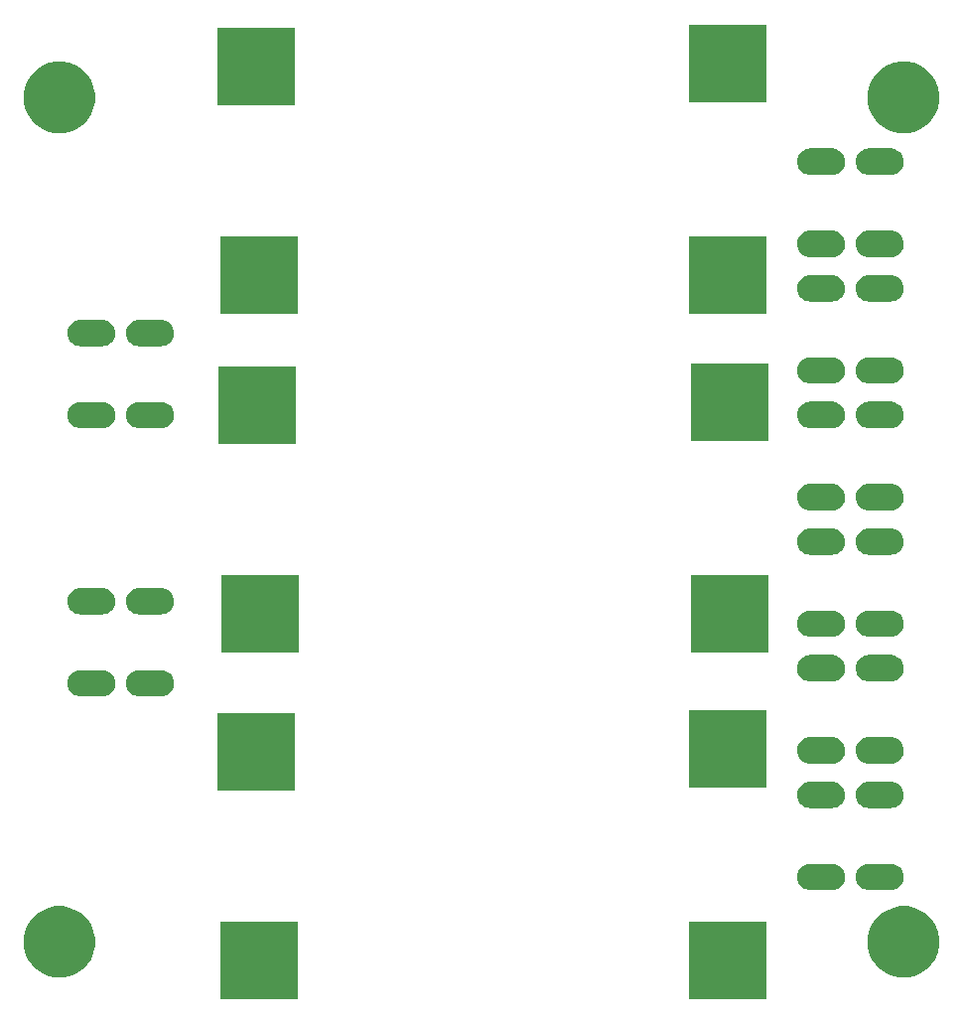
<source format=gbr>
G04 #@! TF.GenerationSoftware,KiCad,Pcbnew,(5.0.2)-1*
G04 #@! TF.CreationDate,2019-05-25T13:24:05-02:30*
G04 #@! TF.ProjectId,PowerPCB,506f7765-7250-4434-922e-6b696361645f,rev?*
G04 #@! TF.SameCoordinates,Original*
G04 #@! TF.FileFunction,Soldermask,Top*
G04 #@! TF.FilePolarity,Negative*
%FSLAX46Y46*%
G04 Gerber Fmt 4.6, Leading zero omitted, Abs format (unit mm)*
G04 Created by KiCad (PCBNEW (5.0.2)-1) date 5/25/2019 1:24:05 PM*
%MOMM*%
%LPD*%
G01*
G04 APERTURE LIST*
%ADD10C,0.100000*%
G04 APERTURE END LIST*
D10*
G36*
X120301000Y-144861000D02*
X113699000Y-144861000D01*
X113699000Y-138259000D01*
X120301000Y-138259000D01*
X120301000Y-144861000D01*
X120301000Y-144861000D01*
G37*
G36*
X80301000Y-144861000D02*
X73699000Y-144861000D01*
X73699000Y-138259000D01*
X80301000Y-138259000D01*
X80301000Y-144861000D01*
X80301000Y-144861000D01*
G37*
G36*
X132889941Y-137066248D02*
X132889943Y-137066249D01*
X132889944Y-137066249D01*
X133445190Y-137296239D01*
X133445191Y-137296240D01*
X133944902Y-137630136D01*
X134369864Y-138055098D01*
X134369866Y-138055101D01*
X134703761Y-138554810D01*
X134933751Y-139110056D01*
X135051000Y-139699503D01*
X135051000Y-140300497D01*
X134933751Y-140889944D01*
X134703761Y-141445190D01*
X134703760Y-141445191D01*
X134369864Y-141944902D01*
X133944902Y-142369864D01*
X133944899Y-142369866D01*
X133445190Y-142703761D01*
X132889944Y-142933751D01*
X132889943Y-142933751D01*
X132889941Y-142933752D01*
X132300499Y-143051000D01*
X131699501Y-143051000D01*
X131110059Y-142933752D01*
X131110057Y-142933751D01*
X131110056Y-142933751D01*
X130554810Y-142703761D01*
X130055101Y-142369866D01*
X130055098Y-142369864D01*
X129630136Y-141944902D01*
X129296240Y-141445191D01*
X129296239Y-141445190D01*
X129066249Y-140889944D01*
X128949000Y-140300497D01*
X128949000Y-139699503D01*
X129066249Y-139110056D01*
X129296239Y-138554810D01*
X129630134Y-138055101D01*
X129630136Y-138055098D01*
X130055098Y-137630136D01*
X130554809Y-137296240D01*
X130554810Y-137296239D01*
X131110056Y-137066249D01*
X131110057Y-137066249D01*
X131110059Y-137066248D01*
X131699501Y-136949000D01*
X132300499Y-136949000D01*
X132889941Y-137066248D01*
X132889941Y-137066248D01*
G37*
G36*
X60889941Y-137066248D02*
X60889943Y-137066249D01*
X60889944Y-137066249D01*
X61445190Y-137296239D01*
X61445191Y-137296240D01*
X61944902Y-137630136D01*
X62369864Y-138055098D01*
X62369866Y-138055101D01*
X62703761Y-138554810D01*
X62933751Y-139110056D01*
X63051000Y-139699503D01*
X63051000Y-140300497D01*
X62933751Y-140889944D01*
X62703761Y-141445190D01*
X62703760Y-141445191D01*
X62369864Y-141944902D01*
X61944902Y-142369864D01*
X61944899Y-142369866D01*
X61445190Y-142703761D01*
X60889944Y-142933751D01*
X60889943Y-142933751D01*
X60889941Y-142933752D01*
X60300499Y-143051000D01*
X59699501Y-143051000D01*
X59110059Y-142933752D01*
X59110057Y-142933751D01*
X59110056Y-142933751D01*
X58554810Y-142703761D01*
X58055101Y-142369866D01*
X58055098Y-142369864D01*
X57630136Y-141944902D01*
X57296240Y-141445191D01*
X57296239Y-141445190D01*
X57066249Y-140889944D01*
X56949000Y-140300497D01*
X56949000Y-139699503D01*
X57066249Y-139110056D01*
X57296239Y-138554810D01*
X57630134Y-138055101D01*
X57630136Y-138055098D01*
X58055098Y-137630136D01*
X58554809Y-137296240D01*
X58554810Y-137296239D01*
X59110056Y-137066249D01*
X59110057Y-137066249D01*
X59110059Y-137066248D01*
X59699501Y-136949000D01*
X60300499Y-136949000D01*
X60889941Y-137066248D01*
X60889941Y-137066248D01*
G37*
G36*
X131005456Y-133329431D02*
X131115735Y-133340292D01*
X131257236Y-133383216D01*
X131327987Y-133404678D01*
X131393190Y-133439530D01*
X131523599Y-133509235D01*
X131695055Y-133649945D01*
X131835765Y-133821401D01*
X131905470Y-133951810D01*
X131940322Y-134017013D01*
X131940322Y-134017014D01*
X132004708Y-134229265D01*
X132026448Y-134450000D01*
X132004708Y-134670735D01*
X131961784Y-134812236D01*
X131940322Y-134882987D01*
X131905470Y-134948190D01*
X131835765Y-135078599D01*
X131695055Y-135250055D01*
X131523599Y-135390765D01*
X131393190Y-135460470D01*
X131327987Y-135495322D01*
X131257236Y-135516784D01*
X131115735Y-135559708D01*
X131005456Y-135570569D01*
X130950317Y-135576000D01*
X128989683Y-135576000D01*
X128934544Y-135570569D01*
X128824265Y-135559708D01*
X128682764Y-135516784D01*
X128612013Y-135495322D01*
X128546810Y-135460470D01*
X128416401Y-135390765D01*
X128244945Y-135250055D01*
X128104235Y-135078599D01*
X128034530Y-134948190D01*
X127999678Y-134882987D01*
X127978216Y-134812236D01*
X127935292Y-134670735D01*
X127913552Y-134450000D01*
X127935292Y-134229265D01*
X127999678Y-134017014D01*
X127999678Y-134017013D01*
X128034530Y-133951810D01*
X128104235Y-133821401D01*
X128244945Y-133649945D01*
X128416401Y-133509235D01*
X128546810Y-133439530D01*
X128612013Y-133404678D01*
X128682764Y-133383216D01*
X128824265Y-133340292D01*
X128934544Y-133329431D01*
X128989683Y-133324000D01*
X130950317Y-133324000D01*
X131005456Y-133329431D01*
X131005456Y-133329431D01*
G37*
G36*
X126005456Y-133329431D02*
X126115735Y-133340292D01*
X126257236Y-133383216D01*
X126327987Y-133404678D01*
X126393190Y-133439530D01*
X126523599Y-133509235D01*
X126695055Y-133649945D01*
X126835765Y-133821401D01*
X126905470Y-133951810D01*
X126940322Y-134017013D01*
X126940322Y-134017014D01*
X127004708Y-134229265D01*
X127026448Y-134450000D01*
X127004708Y-134670735D01*
X126961784Y-134812236D01*
X126940322Y-134882987D01*
X126905470Y-134948190D01*
X126835765Y-135078599D01*
X126695055Y-135250055D01*
X126523599Y-135390765D01*
X126393190Y-135460470D01*
X126327987Y-135495322D01*
X126257236Y-135516784D01*
X126115735Y-135559708D01*
X126005456Y-135570569D01*
X125950317Y-135576000D01*
X123989683Y-135576000D01*
X123934544Y-135570569D01*
X123824265Y-135559708D01*
X123682764Y-135516784D01*
X123612013Y-135495322D01*
X123546810Y-135460470D01*
X123416401Y-135390765D01*
X123244945Y-135250055D01*
X123104235Y-135078599D01*
X123034530Y-134948190D01*
X122999678Y-134882987D01*
X122978216Y-134812236D01*
X122935292Y-134670735D01*
X122913552Y-134450000D01*
X122935292Y-134229265D01*
X122999678Y-134017014D01*
X122999678Y-134017013D01*
X123034530Y-133951810D01*
X123104235Y-133821401D01*
X123244945Y-133649945D01*
X123416401Y-133509235D01*
X123546810Y-133439530D01*
X123612013Y-133404678D01*
X123682764Y-133383216D01*
X123824265Y-133340292D01*
X123934544Y-133329431D01*
X123989683Y-133324000D01*
X125950317Y-133324000D01*
X126005456Y-133329431D01*
X126005456Y-133329431D01*
G37*
G36*
X131005456Y-126329431D02*
X131115735Y-126340292D01*
X131257236Y-126383216D01*
X131327987Y-126404678D01*
X131393190Y-126439530D01*
X131523599Y-126509235D01*
X131695055Y-126649945D01*
X131835765Y-126821401D01*
X131905470Y-126951810D01*
X131940322Y-127017013D01*
X131940322Y-127017014D01*
X132004708Y-127229265D01*
X132026448Y-127450000D01*
X132004708Y-127670735D01*
X131961784Y-127812236D01*
X131940322Y-127882987D01*
X131905470Y-127948190D01*
X131835765Y-128078599D01*
X131695055Y-128250055D01*
X131523599Y-128390765D01*
X131393190Y-128460470D01*
X131327987Y-128495322D01*
X131257236Y-128516784D01*
X131115735Y-128559708D01*
X131005456Y-128570569D01*
X130950317Y-128576000D01*
X128989683Y-128576000D01*
X128934544Y-128570569D01*
X128824265Y-128559708D01*
X128682764Y-128516784D01*
X128612013Y-128495322D01*
X128546810Y-128460470D01*
X128416401Y-128390765D01*
X128244945Y-128250055D01*
X128104235Y-128078599D01*
X128034530Y-127948190D01*
X127999678Y-127882987D01*
X127978216Y-127812236D01*
X127935292Y-127670735D01*
X127913552Y-127450000D01*
X127935292Y-127229265D01*
X127999678Y-127017014D01*
X127999678Y-127017013D01*
X128034530Y-126951810D01*
X128104235Y-126821401D01*
X128244945Y-126649945D01*
X128416401Y-126509235D01*
X128546810Y-126439530D01*
X128612013Y-126404678D01*
X128682764Y-126383216D01*
X128824265Y-126340292D01*
X128934544Y-126329431D01*
X128989683Y-126324000D01*
X130950317Y-126324000D01*
X131005456Y-126329431D01*
X131005456Y-126329431D01*
G37*
G36*
X126005456Y-126329431D02*
X126115735Y-126340292D01*
X126257236Y-126383216D01*
X126327987Y-126404678D01*
X126393190Y-126439530D01*
X126523599Y-126509235D01*
X126695055Y-126649945D01*
X126835765Y-126821401D01*
X126905470Y-126951810D01*
X126940322Y-127017013D01*
X126940322Y-127017014D01*
X127004708Y-127229265D01*
X127026448Y-127450000D01*
X127004708Y-127670735D01*
X126961784Y-127812236D01*
X126940322Y-127882987D01*
X126905470Y-127948190D01*
X126835765Y-128078599D01*
X126695055Y-128250055D01*
X126523599Y-128390765D01*
X126393190Y-128460470D01*
X126327987Y-128495322D01*
X126257236Y-128516784D01*
X126115735Y-128559708D01*
X126005456Y-128570569D01*
X125950317Y-128576000D01*
X123989683Y-128576000D01*
X123934544Y-128570569D01*
X123824265Y-128559708D01*
X123682764Y-128516784D01*
X123612013Y-128495322D01*
X123546810Y-128460470D01*
X123416401Y-128390765D01*
X123244945Y-128250055D01*
X123104235Y-128078599D01*
X123034530Y-127948190D01*
X122999678Y-127882987D01*
X122978216Y-127812236D01*
X122935292Y-127670735D01*
X122913552Y-127450000D01*
X122935292Y-127229265D01*
X122999678Y-127017014D01*
X122999678Y-127017013D01*
X123034530Y-126951810D01*
X123104235Y-126821401D01*
X123244945Y-126649945D01*
X123416401Y-126509235D01*
X123546810Y-126439530D01*
X123612013Y-126404678D01*
X123682764Y-126383216D01*
X123824265Y-126340292D01*
X123934544Y-126329431D01*
X123989683Y-126324000D01*
X125950317Y-126324000D01*
X126005456Y-126329431D01*
X126005456Y-126329431D01*
G37*
G36*
X80051000Y-127111000D02*
X73449000Y-127111000D01*
X73449000Y-120509000D01*
X80051000Y-120509000D01*
X80051000Y-127111000D01*
X80051000Y-127111000D01*
G37*
G36*
X120301000Y-126861000D02*
X113699000Y-126861000D01*
X113699000Y-120259000D01*
X120301000Y-120259000D01*
X120301000Y-126861000D01*
X120301000Y-126861000D01*
G37*
G36*
X126005456Y-122534431D02*
X126115735Y-122545292D01*
X126257236Y-122588216D01*
X126327987Y-122609678D01*
X126393190Y-122644530D01*
X126523599Y-122714235D01*
X126695055Y-122854945D01*
X126835765Y-123026401D01*
X126905470Y-123156810D01*
X126940322Y-123222013D01*
X126940322Y-123222014D01*
X127004708Y-123434265D01*
X127026448Y-123655000D01*
X127004708Y-123875735D01*
X126961784Y-124017236D01*
X126940322Y-124087987D01*
X126905470Y-124153190D01*
X126835765Y-124283599D01*
X126695055Y-124455055D01*
X126523599Y-124595765D01*
X126393190Y-124665470D01*
X126327987Y-124700322D01*
X126257236Y-124721784D01*
X126115735Y-124764708D01*
X126005456Y-124775569D01*
X125950317Y-124781000D01*
X123989683Y-124781000D01*
X123934544Y-124775569D01*
X123824265Y-124764708D01*
X123682764Y-124721784D01*
X123612013Y-124700322D01*
X123546810Y-124665470D01*
X123416401Y-124595765D01*
X123244945Y-124455055D01*
X123104235Y-124283599D01*
X123034530Y-124153190D01*
X122999678Y-124087987D01*
X122978216Y-124017236D01*
X122935292Y-123875735D01*
X122913552Y-123655000D01*
X122935292Y-123434265D01*
X122999678Y-123222014D01*
X122999678Y-123222013D01*
X123034530Y-123156810D01*
X123104235Y-123026401D01*
X123244945Y-122854945D01*
X123416401Y-122714235D01*
X123546810Y-122644530D01*
X123612013Y-122609678D01*
X123682764Y-122588216D01*
X123824265Y-122545292D01*
X123934544Y-122534431D01*
X123989683Y-122529000D01*
X125950317Y-122529000D01*
X126005456Y-122534431D01*
X126005456Y-122534431D01*
G37*
G36*
X131005456Y-122534431D02*
X131115735Y-122545292D01*
X131257236Y-122588216D01*
X131327987Y-122609678D01*
X131393190Y-122644530D01*
X131523599Y-122714235D01*
X131695055Y-122854945D01*
X131835765Y-123026401D01*
X131905470Y-123156810D01*
X131940322Y-123222013D01*
X131940322Y-123222014D01*
X132004708Y-123434265D01*
X132026448Y-123655000D01*
X132004708Y-123875735D01*
X131961784Y-124017236D01*
X131940322Y-124087987D01*
X131905470Y-124153190D01*
X131835765Y-124283599D01*
X131695055Y-124455055D01*
X131523599Y-124595765D01*
X131393190Y-124665470D01*
X131327987Y-124700322D01*
X131257236Y-124721784D01*
X131115735Y-124764708D01*
X131005456Y-124775569D01*
X130950317Y-124781000D01*
X128989683Y-124781000D01*
X128934544Y-124775569D01*
X128824265Y-124764708D01*
X128682764Y-124721784D01*
X128612013Y-124700322D01*
X128546810Y-124665470D01*
X128416401Y-124595765D01*
X128244945Y-124455055D01*
X128104235Y-124283599D01*
X128034530Y-124153190D01*
X127999678Y-124087987D01*
X127978216Y-124017236D01*
X127935292Y-123875735D01*
X127913552Y-123655000D01*
X127935292Y-123434265D01*
X127999678Y-123222014D01*
X127999678Y-123222013D01*
X128034530Y-123156810D01*
X128104235Y-123026401D01*
X128244945Y-122854945D01*
X128416401Y-122714235D01*
X128546810Y-122644530D01*
X128612013Y-122609678D01*
X128682764Y-122588216D01*
X128824265Y-122545292D01*
X128934544Y-122534431D01*
X128989683Y-122529000D01*
X130950317Y-122529000D01*
X131005456Y-122534431D01*
X131005456Y-122534431D01*
G37*
G36*
X63775456Y-116819431D02*
X63885735Y-116830292D01*
X64027236Y-116873216D01*
X64097987Y-116894678D01*
X64163190Y-116929530D01*
X64293599Y-116999235D01*
X64465055Y-117139945D01*
X64605765Y-117311401D01*
X64675470Y-117441810D01*
X64710322Y-117507013D01*
X64710322Y-117507014D01*
X64774708Y-117719265D01*
X64796448Y-117940000D01*
X64774708Y-118160735D01*
X64731784Y-118302236D01*
X64710322Y-118372987D01*
X64675470Y-118438190D01*
X64605765Y-118568599D01*
X64465055Y-118740055D01*
X64293599Y-118880765D01*
X64163190Y-118950470D01*
X64097987Y-118985322D01*
X64027236Y-119006784D01*
X63885735Y-119049708D01*
X63775456Y-119060569D01*
X63720317Y-119066000D01*
X61759683Y-119066000D01*
X61704544Y-119060569D01*
X61594265Y-119049708D01*
X61452764Y-119006784D01*
X61382013Y-118985322D01*
X61316810Y-118950470D01*
X61186401Y-118880765D01*
X61014945Y-118740055D01*
X60874235Y-118568599D01*
X60804530Y-118438190D01*
X60769678Y-118372987D01*
X60748216Y-118302236D01*
X60705292Y-118160735D01*
X60683552Y-117940000D01*
X60705292Y-117719265D01*
X60769678Y-117507014D01*
X60769678Y-117507013D01*
X60804530Y-117441810D01*
X60874235Y-117311401D01*
X61014945Y-117139945D01*
X61186401Y-116999235D01*
X61316810Y-116929530D01*
X61382013Y-116894678D01*
X61452764Y-116873216D01*
X61594265Y-116830292D01*
X61704544Y-116819431D01*
X61759683Y-116814000D01*
X63720317Y-116814000D01*
X63775456Y-116819431D01*
X63775456Y-116819431D01*
G37*
G36*
X68775456Y-116819431D02*
X68885735Y-116830292D01*
X69027236Y-116873216D01*
X69097987Y-116894678D01*
X69163190Y-116929530D01*
X69293599Y-116999235D01*
X69465055Y-117139945D01*
X69605765Y-117311401D01*
X69675470Y-117441810D01*
X69710322Y-117507013D01*
X69710322Y-117507014D01*
X69774708Y-117719265D01*
X69796448Y-117940000D01*
X69774708Y-118160735D01*
X69731784Y-118302236D01*
X69710322Y-118372987D01*
X69675470Y-118438190D01*
X69605765Y-118568599D01*
X69465055Y-118740055D01*
X69293599Y-118880765D01*
X69163190Y-118950470D01*
X69097987Y-118985322D01*
X69027236Y-119006784D01*
X68885735Y-119049708D01*
X68775456Y-119060569D01*
X68720317Y-119066000D01*
X66759683Y-119066000D01*
X66704544Y-119060569D01*
X66594265Y-119049708D01*
X66452764Y-119006784D01*
X66382013Y-118985322D01*
X66316810Y-118950470D01*
X66186401Y-118880765D01*
X66014945Y-118740055D01*
X65874235Y-118568599D01*
X65804530Y-118438190D01*
X65769678Y-118372987D01*
X65748216Y-118302236D01*
X65705292Y-118160735D01*
X65683552Y-117940000D01*
X65705292Y-117719265D01*
X65769678Y-117507014D01*
X65769678Y-117507013D01*
X65804530Y-117441810D01*
X65874235Y-117311401D01*
X66014945Y-117139945D01*
X66186401Y-116999235D01*
X66316810Y-116929530D01*
X66382013Y-116894678D01*
X66452764Y-116873216D01*
X66594265Y-116830292D01*
X66704544Y-116819431D01*
X66759683Y-116814000D01*
X68720317Y-116814000D01*
X68775456Y-116819431D01*
X68775456Y-116819431D01*
G37*
G36*
X126005456Y-115534431D02*
X126115735Y-115545292D01*
X126257236Y-115588216D01*
X126327987Y-115609678D01*
X126393190Y-115644530D01*
X126523599Y-115714235D01*
X126695055Y-115854945D01*
X126835765Y-116026401D01*
X126905470Y-116156810D01*
X126940322Y-116222013D01*
X126940322Y-116222014D01*
X127004708Y-116434265D01*
X127026448Y-116655000D01*
X127004708Y-116875735D01*
X126967244Y-116999235D01*
X126940322Y-117087987D01*
X126905470Y-117153190D01*
X126835765Y-117283599D01*
X126695055Y-117455055D01*
X126523599Y-117595765D01*
X126393190Y-117665470D01*
X126327987Y-117700322D01*
X126265540Y-117719265D01*
X126115735Y-117764708D01*
X126005456Y-117775569D01*
X125950317Y-117781000D01*
X123989683Y-117781000D01*
X123934544Y-117775569D01*
X123824265Y-117764708D01*
X123674460Y-117719265D01*
X123612013Y-117700322D01*
X123546810Y-117665470D01*
X123416401Y-117595765D01*
X123244945Y-117455055D01*
X123104235Y-117283599D01*
X123034530Y-117153190D01*
X122999678Y-117087987D01*
X122972756Y-116999235D01*
X122935292Y-116875735D01*
X122913552Y-116655000D01*
X122935292Y-116434265D01*
X122999678Y-116222014D01*
X122999678Y-116222013D01*
X123034530Y-116156810D01*
X123104235Y-116026401D01*
X123244945Y-115854945D01*
X123416401Y-115714235D01*
X123546810Y-115644530D01*
X123612013Y-115609678D01*
X123682764Y-115588216D01*
X123824265Y-115545292D01*
X123934544Y-115534431D01*
X123989683Y-115529000D01*
X125950317Y-115529000D01*
X126005456Y-115534431D01*
X126005456Y-115534431D01*
G37*
G36*
X131005456Y-115534431D02*
X131115735Y-115545292D01*
X131257236Y-115588216D01*
X131327987Y-115609678D01*
X131393190Y-115644530D01*
X131523599Y-115714235D01*
X131695055Y-115854945D01*
X131835765Y-116026401D01*
X131905470Y-116156810D01*
X131940322Y-116222013D01*
X131940322Y-116222014D01*
X132004708Y-116434265D01*
X132026448Y-116655000D01*
X132004708Y-116875735D01*
X131967244Y-116999235D01*
X131940322Y-117087987D01*
X131905470Y-117153190D01*
X131835765Y-117283599D01*
X131695055Y-117455055D01*
X131523599Y-117595765D01*
X131393190Y-117665470D01*
X131327987Y-117700322D01*
X131265540Y-117719265D01*
X131115735Y-117764708D01*
X131005456Y-117775569D01*
X130950317Y-117781000D01*
X128989683Y-117781000D01*
X128934544Y-117775569D01*
X128824265Y-117764708D01*
X128674460Y-117719265D01*
X128612013Y-117700322D01*
X128546810Y-117665470D01*
X128416401Y-117595765D01*
X128244945Y-117455055D01*
X128104235Y-117283599D01*
X128034530Y-117153190D01*
X127999678Y-117087987D01*
X127972756Y-116999235D01*
X127935292Y-116875735D01*
X127913552Y-116655000D01*
X127935292Y-116434265D01*
X127999678Y-116222014D01*
X127999678Y-116222013D01*
X128034530Y-116156810D01*
X128104235Y-116026401D01*
X128244945Y-115854945D01*
X128416401Y-115714235D01*
X128546810Y-115644530D01*
X128612013Y-115609678D01*
X128682764Y-115588216D01*
X128824265Y-115545292D01*
X128934544Y-115534431D01*
X128989683Y-115529000D01*
X130950317Y-115529000D01*
X131005456Y-115534431D01*
X131005456Y-115534431D01*
G37*
G36*
X120451000Y-115301000D02*
X113849000Y-115301000D01*
X113849000Y-108699000D01*
X120451000Y-108699000D01*
X120451000Y-115301000D01*
X120451000Y-115301000D01*
G37*
G36*
X80451000Y-115301000D02*
X73849000Y-115301000D01*
X73849000Y-108699000D01*
X80451000Y-108699000D01*
X80451000Y-115301000D01*
X80451000Y-115301000D01*
G37*
G36*
X131005456Y-111739431D02*
X131115735Y-111750292D01*
X131257236Y-111793216D01*
X131327987Y-111814678D01*
X131393190Y-111849530D01*
X131523599Y-111919235D01*
X131695055Y-112059945D01*
X131835765Y-112231401D01*
X131905470Y-112361810D01*
X131940322Y-112427013D01*
X131940322Y-112427014D01*
X132004708Y-112639265D01*
X132026448Y-112860000D01*
X132004708Y-113080735D01*
X131961784Y-113222236D01*
X131940322Y-113292987D01*
X131905470Y-113358190D01*
X131835765Y-113488599D01*
X131695055Y-113660055D01*
X131523599Y-113800765D01*
X131393190Y-113870470D01*
X131327987Y-113905322D01*
X131257236Y-113926784D01*
X131115735Y-113969708D01*
X131005456Y-113980569D01*
X130950317Y-113986000D01*
X128989683Y-113986000D01*
X128934544Y-113980569D01*
X128824265Y-113969708D01*
X128682764Y-113926784D01*
X128612013Y-113905322D01*
X128546810Y-113870470D01*
X128416401Y-113800765D01*
X128244945Y-113660055D01*
X128104235Y-113488599D01*
X128034530Y-113358190D01*
X127999678Y-113292987D01*
X127978216Y-113222236D01*
X127935292Y-113080735D01*
X127913552Y-112860000D01*
X127935292Y-112639265D01*
X127999678Y-112427014D01*
X127999678Y-112427013D01*
X128034530Y-112361810D01*
X128104235Y-112231401D01*
X128244945Y-112059945D01*
X128416401Y-111919235D01*
X128546810Y-111849530D01*
X128612013Y-111814678D01*
X128682764Y-111793216D01*
X128824265Y-111750292D01*
X128934544Y-111739431D01*
X128989683Y-111734000D01*
X130950317Y-111734000D01*
X131005456Y-111739431D01*
X131005456Y-111739431D01*
G37*
G36*
X126005456Y-111739431D02*
X126115735Y-111750292D01*
X126257236Y-111793216D01*
X126327987Y-111814678D01*
X126393190Y-111849530D01*
X126523599Y-111919235D01*
X126695055Y-112059945D01*
X126835765Y-112231401D01*
X126905470Y-112361810D01*
X126940322Y-112427013D01*
X126940322Y-112427014D01*
X127004708Y-112639265D01*
X127026448Y-112860000D01*
X127004708Y-113080735D01*
X126961784Y-113222236D01*
X126940322Y-113292987D01*
X126905470Y-113358190D01*
X126835765Y-113488599D01*
X126695055Y-113660055D01*
X126523599Y-113800765D01*
X126393190Y-113870470D01*
X126327987Y-113905322D01*
X126257236Y-113926784D01*
X126115735Y-113969708D01*
X126005456Y-113980569D01*
X125950317Y-113986000D01*
X123989683Y-113986000D01*
X123934544Y-113980569D01*
X123824265Y-113969708D01*
X123682764Y-113926784D01*
X123612013Y-113905322D01*
X123546810Y-113870470D01*
X123416401Y-113800765D01*
X123244945Y-113660055D01*
X123104235Y-113488599D01*
X123034530Y-113358190D01*
X122999678Y-113292987D01*
X122978216Y-113222236D01*
X122935292Y-113080735D01*
X122913552Y-112860000D01*
X122935292Y-112639265D01*
X122999678Y-112427014D01*
X122999678Y-112427013D01*
X123034530Y-112361810D01*
X123104235Y-112231401D01*
X123244945Y-112059945D01*
X123416401Y-111919235D01*
X123546810Y-111849530D01*
X123612013Y-111814678D01*
X123682764Y-111793216D01*
X123824265Y-111750292D01*
X123934544Y-111739431D01*
X123989683Y-111734000D01*
X125950317Y-111734000D01*
X126005456Y-111739431D01*
X126005456Y-111739431D01*
G37*
G36*
X63775456Y-109819431D02*
X63885735Y-109830292D01*
X64027236Y-109873216D01*
X64097987Y-109894678D01*
X64163190Y-109929530D01*
X64293599Y-109999235D01*
X64465055Y-110139945D01*
X64605765Y-110311401D01*
X64675470Y-110441810D01*
X64710322Y-110507013D01*
X64710322Y-110507014D01*
X64774708Y-110719265D01*
X64796448Y-110940000D01*
X64774708Y-111160735D01*
X64731784Y-111302236D01*
X64710322Y-111372987D01*
X64675470Y-111438190D01*
X64605765Y-111568599D01*
X64465055Y-111740055D01*
X64293599Y-111880765D01*
X64221626Y-111919235D01*
X64097987Y-111985322D01*
X64027236Y-112006784D01*
X63885735Y-112049708D01*
X63781795Y-112059945D01*
X63720317Y-112066000D01*
X61759683Y-112066000D01*
X61698205Y-112059945D01*
X61594265Y-112049708D01*
X61452764Y-112006784D01*
X61382013Y-111985322D01*
X61258374Y-111919235D01*
X61186401Y-111880765D01*
X61014945Y-111740055D01*
X60874235Y-111568599D01*
X60804530Y-111438190D01*
X60769678Y-111372987D01*
X60748216Y-111302236D01*
X60705292Y-111160735D01*
X60683552Y-110940000D01*
X60705292Y-110719265D01*
X60769678Y-110507014D01*
X60769678Y-110507013D01*
X60804530Y-110441810D01*
X60874235Y-110311401D01*
X61014945Y-110139945D01*
X61186401Y-109999235D01*
X61316810Y-109929530D01*
X61382013Y-109894678D01*
X61452764Y-109873216D01*
X61594265Y-109830292D01*
X61704544Y-109819431D01*
X61759683Y-109814000D01*
X63720317Y-109814000D01*
X63775456Y-109819431D01*
X63775456Y-109819431D01*
G37*
G36*
X68775456Y-109819431D02*
X68885735Y-109830292D01*
X69027236Y-109873216D01*
X69097987Y-109894678D01*
X69163190Y-109929530D01*
X69293599Y-109999235D01*
X69465055Y-110139945D01*
X69605765Y-110311401D01*
X69675470Y-110441810D01*
X69710322Y-110507013D01*
X69710322Y-110507014D01*
X69774708Y-110719265D01*
X69796448Y-110940000D01*
X69774708Y-111160735D01*
X69731784Y-111302236D01*
X69710322Y-111372987D01*
X69675470Y-111438190D01*
X69605765Y-111568599D01*
X69465055Y-111740055D01*
X69293599Y-111880765D01*
X69221626Y-111919235D01*
X69097987Y-111985322D01*
X69027236Y-112006784D01*
X68885735Y-112049708D01*
X68781795Y-112059945D01*
X68720317Y-112066000D01*
X66759683Y-112066000D01*
X66698205Y-112059945D01*
X66594265Y-112049708D01*
X66452764Y-112006784D01*
X66382013Y-111985322D01*
X66258374Y-111919235D01*
X66186401Y-111880765D01*
X66014945Y-111740055D01*
X65874235Y-111568599D01*
X65804530Y-111438190D01*
X65769678Y-111372987D01*
X65748216Y-111302236D01*
X65705292Y-111160735D01*
X65683552Y-110940000D01*
X65705292Y-110719265D01*
X65769678Y-110507014D01*
X65769678Y-110507013D01*
X65804530Y-110441810D01*
X65874235Y-110311401D01*
X66014945Y-110139945D01*
X66186401Y-109999235D01*
X66316810Y-109929530D01*
X66382013Y-109894678D01*
X66452764Y-109873216D01*
X66594265Y-109830292D01*
X66704544Y-109819431D01*
X66759683Y-109814000D01*
X68720317Y-109814000D01*
X68775456Y-109819431D01*
X68775456Y-109819431D01*
G37*
G36*
X126005456Y-104739431D02*
X126115735Y-104750292D01*
X126257236Y-104793216D01*
X126327987Y-104814678D01*
X126393190Y-104849530D01*
X126523599Y-104919235D01*
X126695055Y-105059945D01*
X126835765Y-105231401D01*
X126905470Y-105361810D01*
X126940322Y-105427013D01*
X126940322Y-105427014D01*
X127004708Y-105639265D01*
X127026448Y-105860000D01*
X127004708Y-106080735D01*
X126961784Y-106222236D01*
X126940322Y-106292987D01*
X126905470Y-106358190D01*
X126835765Y-106488599D01*
X126695055Y-106660055D01*
X126523599Y-106800765D01*
X126393190Y-106870470D01*
X126327987Y-106905322D01*
X126257236Y-106926784D01*
X126115735Y-106969708D01*
X126005456Y-106980569D01*
X125950317Y-106986000D01*
X123989683Y-106986000D01*
X123934544Y-106980569D01*
X123824265Y-106969708D01*
X123682764Y-106926784D01*
X123612013Y-106905322D01*
X123546810Y-106870470D01*
X123416401Y-106800765D01*
X123244945Y-106660055D01*
X123104235Y-106488599D01*
X123034530Y-106358190D01*
X122999678Y-106292987D01*
X122978216Y-106222236D01*
X122935292Y-106080735D01*
X122913552Y-105860000D01*
X122935292Y-105639265D01*
X122999678Y-105427014D01*
X122999678Y-105427013D01*
X123034530Y-105361810D01*
X123104235Y-105231401D01*
X123244945Y-105059945D01*
X123416401Y-104919235D01*
X123546810Y-104849530D01*
X123612013Y-104814678D01*
X123682764Y-104793216D01*
X123824265Y-104750292D01*
X123934544Y-104739431D01*
X123989683Y-104734000D01*
X125950317Y-104734000D01*
X126005456Y-104739431D01*
X126005456Y-104739431D01*
G37*
G36*
X131005456Y-104739431D02*
X131115735Y-104750292D01*
X131257236Y-104793216D01*
X131327987Y-104814678D01*
X131393190Y-104849530D01*
X131523599Y-104919235D01*
X131695055Y-105059945D01*
X131835765Y-105231401D01*
X131905470Y-105361810D01*
X131940322Y-105427013D01*
X131940322Y-105427014D01*
X132004708Y-105639265D01*
X132026448Y-105860000D01*
X132004708Y-106080735D01*
X131961784Y-106222236D01*
X131940322Y-106292987D01*
X131905470Y-106358190D01*
X131835765Y-106488599D01*
X131695055Y-106660055D01*
X131523599Y-106800765D01*
X131393190Y-106870470D01*
X131327987Y-106905322D01*
X131257236Y-106926784D01*
X131115735Y-106969708D01*
X131005456Y-106980569D01*
X130950317Y-106986000D01*
X128989683Y-106986000D01*
X128934544Y-106980569D01*
X128824265Y-106969708D01*
X128682764Y-106926784D01*
X128612013Y-106905322D01*
X128546810Y-106870470D01*
X128416401Y-106800765D01*
X128244945Y-106660055D01*
X128104235Y-106488599D01*
X128034530Y-106358190D01*
X127999678Y-106292987D01*
X127978216Y-106222236D01*
X127935292Y-106080735D01*
X127913552Y-105860000D01*
X127935292Y-105639265D01*
X127999678Y-105427014D01*
X127999678Y-105427013D01*
X128034530Y-105361810D01*
X128104235Y-105231401D01*
X128244945Y-105059945D01*
X128416401Y-104919235D01*
X128546810Y-104849530D01*
X128612013Y-104814678D01*
X128682764Y-104793216D01*
X128824265Y-104750292D01*
X128934544Y-104739431D01*
X128989683Y-104734000D01*
X130950317Y-104734000D01*
X131005456Y-104739431D01*
X131005456Y-104739431D01*
G37*
G36*
X126005456Y-100944431D02*
X126115735Y-100955292D01*
X126257236Y-100998216D01*
X126327987Y-101019678D01*
X126393190Y-101054530D01*
X126523599Y-101124235D01*
X126695055Y-101264945D01*
X126835765Y-101436401D01*
X126905470Y-101566810D01*
X126940322Y-101632013D01*
X126940322Y-101632014D01*
X127004708Y-101844265D01*
X127026448Y-102065000D01*
X127004708Y-102285735D01*
X126961784Y-102427236D01*
X126940322Y-102497987D01*
X126905470Y-102563190D01*
X126835765Y-102693599D01*
X126695055Y-102865055D01*
X126523599Y-103005765D01*
X126393190Y-103075470D01*
X126327987Y-103110322D01*
X126257236Y-103131784D01*
X126115735Y-103174708D01*
X126005456Y-103185569D01*
X125950317Y-103191000D01*
X123989683Y-103191000D01*
X123934544Y-103185569D01*
X123824265Y-103174708D01*
X123682764Y-103131784D01*
X123612013Y-103110322D01*
X123546810Y-103075470D01*
X123416401Y-103005765D01*
X123244945Y-102865055D01*
X123104235Y-102693599D01*
X123034530Y-102563190D01*
X122999678Y-102497987D01*
X122978216Y-102427236D01*
X122935292Y-102285735D01*
X122913552Y-102065000D01*
X122935292Y-101844265D01*
X122999678Y-101632014D01*
X122999678Y-101632013D01*
X123034530Y-101566810D01*
X123104235Y-101436401D01*
X123244945Y-101264945D01*
X123416401Y-101124235D01*
X123546810Y-101054530D01*
X123612013Y-101019678D01*
X123682764Y-100998216D01*
X123824265Y-100955292D01*
X123934544Y-100944431D01*
X123989683Y-100939000D01*
X125950317Y-100939000D01*
X126005456Y-100944431D01*
X126005456Y-100944431D01*
G37*
G36*
X131005456Y-100944431D02*
X131115735Y-100955292D01*
X131257236Y-100998216D01*
X131327987Y-101019678D01*
X131393190Y-101054530D01*
X131523599Y-101124235D01*
X131695055Y-101264945D01*
X131835765Y-101436401D01*
X131905470Y-101566810D01*
X131940322Y-101632013D01*
X131940322Y-101632014D01*
X132004708Y-101844265D01*
X132026448Y-102065000D01*
X132004708Y-102285735D01*
X131961784Y-102427236D01*
X131940322Y-102497987D01*
X131905470Y-102563190D01*
X131835765Y-102693599D01*
X131695055Y-102865055D01*
X131523599Y-103005765D01*
X131393190Y-103075470D01*
X131327987Y-103110322D01*
X131257236Y-103131784D01*
X131115735Y-103174708D01*
X131005456Y-103185569D01*
X130950317Y-103191000D01*
X128989683Y-103191000D01*
X128934544Y-103185569D01*
X128824265Y-103174708D01*
X128682764Y-103131784D01*
X128612013Y-103110322D01*
X128546810Y-103075470D01*
X128416401Y-103005765D01*
X128244945Y-102865055D01*
X128104235Y-102693599D01*
X128034530Y-102563190D01*
X127999678Y-102497987D01*
X127978216Y-102427236D01*
X127935292Y-102285735D01*
X127913552Y-102065000D01*
X127935292Y-101844265D01*
X127999678Y-101632014D01*
X127999678Y-101632013D01*
X128034530Y-101566810D01*
X128104235Y-101436401D01*
X128244945Y-101264945D01*
X128416401Y-101124235D01*
X128546810Y-101054530D01*
X128612013Y-101019678D01*
X128682764Y-100998216D01*
X128824265Y-100955292D01*
X128934544Y-100944431D01*
X128989683Y-100939000D01*
X130950317Y-100939000D01*
X131005456Y-100944431D01*
X131005456Y-100944431D01*
G37*
G36*
X80201000Y-97551000D02*
X73599000Y-97551000D01*
X73599000Y-90949000D01*
X80201000Y-90949000D01*
X80201000Y-97551000D01*
X80201000Y-97551000D01*
G37*
G36*
X120451000Y-97301000D02*
X113849000Y-97301000D01*
X113849000Y-90699000D01*
X120451000Y-90699000D01*
X120451000Y-97301000D01*
X120451000Y-97301000D01*
G37*
G36*
X63775456Y-93959431D02*
X63885735Y-93970292D01*
X64027236Y-94013216D01*
X64097987Y-94034678D01*
X64163190Y-94069530D01*
X64293599Y-94139235D01*
X64465055Y-94279945D01*
X64605765Y-94451401D01*
X64675470Y-94581810D01*
X64710322Y-94647013D01*
X64710322Y-94647014D01*
X64774708Y-94859265D01*
X64796448Y-95080000D01*
X64774708Y-95300735D01*
X64731784Y-95442236D01*
X64710322Y-95512987D01*
X64675470Y-95578190D01*
X64605765Y-95708599D01*
X64465055Y-95880055D01*
X64293599Y-96020765D01*
X64163190Y-96090470D01*
X64097987Y-96125322D01*
X64027236Y-96146784D01*
X63885735Y-96189708D01*
X63775456Y-96200569D01*
X63720317Y-96206000D01*
X61759683Y-96206000D01*
X61704544Y-96200569D01*
X61594265Y-96189708D01*
X61452764Y-96146784D01*
X61382013Y-96125322D01*
X61316810Y-96090470D01*
X61186401Y-96020765D01*
X61014945Y-95880055D01*
X60874235Y-95708599D01*
X60804530Y-95578190D01*
X60769678Y-95512987D01*
X60748216Y-95442236D01*
X60705292Y-95300735D01*
X60683552Y-95080000D01*
X60705292Y-94859265D01*
X60769678Y-94647014D01*
X60769678Y-94647013D01*
X60804530Y-94581810D01*
X60874235Y-94451401D01*
X61014945Y-94279945D01*
X61186401Y-94139235D01*
X61316810Y-94069530D01*
X61382013Y-94034678D01*
X61452764Y-94013216D01*
X61594265Y-93970292D01*
X61704544Y-93959431D01*
X61759683Y-93954000D01*
X63720317Y-93954000D01*
X63775456Y-93959431D01*
X63775456Y-93959431D01*
G37*
G36*
X68775456Y-93959431D02*
X68885735Y-93970292D01*
X69027236Y-94013216D01*
X69097987Y-94034678D01*
X69163190Y-94069530D01*
X69293599Y-94139235D01*
X69465055Y-94279945D01*
X69605765Y-94451401D01*
X69675470Y-94581810D01*
X69710322Y-94647013D01*
X69710322Y-94647014D01*
X69774708Y-94859265D01*
X69796448Y-95080000D01*
X69774708Y-95300735D01*
X69731784Y-95442236D01*
X69710322Y-95512987D01*
X69675470Y-95578190D01*
X69605765Y-95708599D01*
X69465055Y-95880055D01*
X69293599Y-96020765D01*
X69163190Y-96090470D01*
X69097987Y-96125322D01*
X69027236Y-96146784D01*
X68885735Y-96189708D01*
X68775456Y-96200569D01*
X68720317Y-96206000D01*
X66759683Y-96206000D01*
X66704544Y-96200569D01*
X66594265Y-96189708D01*
X66452764Y-96146784D01*
X66382013Y-96125322D01*
X66316810Y-96090470D01*
X66186401Y-96020765D01*
X66014945Y-95880055D01*
X65874235Y-95708599D01*
X65804530Y-95578190D01*
X65769678Y-95512987D01*
X65748216Y-95442236D01*
X65705292Y-95300735D01*
X65683552Y-95080000D01*
X65705292Y-94859265D01*
X65769678Y-94647014D01*
X65769678Y-94647013D01*
X65804530Y-94581810D01*
X65874235Y-94451401D01*
X66014945Y-94279945D01*
X66186401Y-94139235D01*
X66316810Y-94069530D01*
X66382013Y-94034678D01*
X66452764Y-94013216D01*
X66594265Y-93970292D01*
X66704544Y-93959431D01*
X66759683Y-93954000D01*
X68720317Y-93954000D01*
X68775456Y-93959431D01*
X68775456Y-93959431D01*
G37*
G36*
X131005456Y-93944431D02*
X131115735Y-93955292D01*
X131257236Y-93998216D01*
X131327987Y-94019678D01*
X131393190Y-94054530D01*
X131523599Y-94124235D01*
X131695055Y-94264945D01*
X131835765Y-94436401D01*
X131905470Y-94566810D01*
X131940322Y-94632013D01*
X131940322Y-94632014D01*
X132004708Y-94844265D01*
X132026448Y-95065000D01*
X132004708Y-95285735D01*
X131961784Y-95427236D01*
X131940322Y-95497987D01*
X131932304Y-95512987D01*
X131835765Y-95693599D01*
X131695055Y-95865055D01*
X131523599Y-96005765D01*
X131393190Y-96075470D01*
X131327987Y-96110322D01*
X131278538Y-96125322D01*
X131115735Y-96174708D01*
X131005456Y-96185569D01*
X130950317Y-96191000D01*
X128989683Y-96191000D01*
X128934544Y-96185569D01*
X128824265Y-96174708D01*
X128661462Y-96125322D01*
X128612013Y-96110322D01*
X128546810Y-96075470D01*
X128416401Y-96005765D01*
X128244945Y-95865055D01*
X128104235Y-95693599D01*
X128007696Y-95512987D01*
X127999678Y-95497987D01*
X127978216Y-95427236D01*
X127935292Y-95285735D01*
X127913552Y-95065000D01*
X127935292Y-94844265D01*
X127999678Y-94632014D01*
X127999678Y-94632013D01*
X128034530Y-94566810D01*
X128104235Y-94436401D01*
X128244945Y-94264945D01*
X128416401Y-94124235D01*
X128546810Y-94054530D01*
X128612013Y-94019678D01*
X128682764Y-93998216D01*
X128824265Y-93955292D01*
X128934544Y-93944431D01*
X128989683Y-93939000D01*
X130950317Y-93939000D01*
X131005456Y-93944431D01*
X131005456Y-93944431D01*
G37*
G36*
X126005456Y-93944431D02*
X126115735Y-93955292D01*
X126257236Y-93998216D01*
X126327987Y-94019678D01*
X126393190Y-94054530D01*
X126523599Y-94124235D01*
X126695055Y-94264945D01*
X126835765Y-94436401D01*
X126905470Y-94566810D01*
X126940322Y-94632013D01*
X126940322Y-94632014D01*
X127004708Y-94844265D01*
X127026448Y-95065000D01*
X127004708Y-95285735D01*
X126961784Y-95427236D01*
X126940322Y-95497987D01*
X126932304Y-95512987D01*
X126835765Y-95693599D01*
X126695055Y-95865055D01*
X126523599Y-96005765D01*
X126393190Y-96075470D01*
X126327987Y-96110322D01*
X126278538Y-96125322D01*
X126115735Y-96174708D01*
X126005456Y-96185569D01*
X125950317Y-96191000D01*
X123989683Y-96191000D01*
X123934544Y-96185569D01*
X123824265Y-96174708D01*
X123661462Y-96125322D01*
X123612013Y-96110322D01*
X123546810Y-96075470D01*
X123416401Y-96005765D01*
X123244945Y-95865055D01*
X123104235Y-95693599D01*
X123007696Y-95512987D01*
X122999678Y-95497987D01*
X122978216Y-95427236D01*
X122935292Y-95285735D01*
X122913552Y-95065000D01*
X122935292Y-94844265D01*
X122999678Y-94632014D01*
X122999678Y-94632013D01*
X123034530Y-94566810D01*
X123104235Y-94436401D01*
X123244945Y-94264945D01*
X123416401Y-94124235D01*
X123546810Y-94054530D01*
X123612013Y-94019678D01*
X123682764Y-93998216D01*
X123824265Y-93955292D01*
X123934544Y-93944431D01*
X123989683Y-93939000D01*
X125950317Y-93939000D01*
X126005456Y-93944431D01*
X126005456Y-93944431D01*
G37*
G36*
X131005456Y-90149431D02*
X131115735Y-90160292D01*
X131257236Y-90203216D01*
X131327987Y-90224678D01*
X131393190Y-90259530D01*
X131523599Y-90329235D01*
X131695055Y-90469945D01*
X131835765Y-90641401D01*
X131866552Y-90699000D01*
X131940322Y-90837013D01*
X131940322Y-90837014D01*
X132004708Y-91049265D01*
X132026448Y-91270000D01*
X132004708Y-91490735D01*
X131961784Y-91632236D01*
X131940322Y-91702987D01*
X131905470Y-91768190D01*
X131835765Y-91898599D01*
X131695055Y-92070055D01*
X131523599Y-92210765D01*
X131393190Y-92280470D01*
X131327987Y-92315322D01*
X131257236Y-92336784D01*
X131115735Y-92379708D01*
X131005456Y-92390569D01*
X130950317Y-92396000D01*
X128989683Y-92396000D01*
X128934544Y-92390569D01*
X128824265Y-92379708D01*
X128682764Y-92336784D01*
X128612013Y-92315322D01*
X128546810Y-92280470D01*
X128416401Y-92210765D01*
X128244945Y-92070055D01*
X128104235Y-91898599D01*
X128034530Y-91768190D01*
X127999678Y-91702987D01*
X127978216Y-91632236D01*
X127935292Y-91490735D01*
X127913552Y-91270000D01*
X127935292Y-91049265D01*
X127999678Y-90837014D01*
X127999678Y-90837013D01*
X128073448Y-90699000D01*
X128104235Y-90641401D01*
X128244945Y-90469945D01*
X128416401Y-90329235D01*
X128546810Y-90259530D01*
X128612013Y-90224678D01*
X128682764Y-90203216D01*
X128824265Y-90160292D01*
X128934544Y-90149431D01*
X128989683Y-90144000D01*
X130950317Y-90144000D01*
X131005456Y-90149431D01*
X131005456Y-90149431D01*
G37*
G36*
X126005456Y-90149431D02*
X126115735Y-90160292D01*
X126257236Y-90203216D01*
X126327987Y-90224678D01*
X126393190Y-90259530D01*
X126523599Y-90329235D01*
X126695055Y-90469945D01*
X126835765Y-90641401D01*
X126866552Y-90699000D01*
X126940322Y-90837013D01*
X126940322Y-90837014D01*
X127004708Y-91049265D01*
X127026448Y-91270000D01*
X127004708Y-91490735D01*
X126961784Y-91632236D01*
X126940322Y-91702987D01*
X126905470Y-91768190D01*
X126835765Y-91898599D01*
X126695055Y-92070055D01*
X126523599Y-92210765D01*
X126393190Y-92280470D01*
X126327987Y-92315322D01*
X126257236Y-92336784D01*
X126115735Y-92379708D01*
X126005456Y-92390569D01*
X125950317Y-92396000D01*
X123989683Y-92396000D01*
X123934544Y-92390569D01*
X123824265Y-92379708D01*
X123682764Y-92336784D01*
X123612013Y-92315322D01*
X123546810Y-92280470D01*
X123416401Y-92210765D01*
X123244945Y-92070055D01*
X123104235Y-91898599D01*
X123034530Y-91768190D01*
X122999678Y-91702987D01*
X122978216Y-91632236D01*
X122935292Y-91490735D01*
X122913552Y-91270000D01*
X122935292Y-91049265D01*
X122999678Y-90837014D01*
X122999678Y-90837013D01*
X123073448Y-90699000D01*
X123104235Y-90641401D01*
X123244945Y-90469945D01*
X123416401Y-90329235D01*
X123546810Y-90259530D01*
X123612013Y-90224678D01*
X123682764Y-90203216D01*
X123824265Y-90160292D01*
X123934544Y-90149431D01*
X123989683Y-90144000D01*
X125950317Y-90144000D01*
X126005456Y-90149431D01*
X126005456Y-90149431D01*
G37*
G36*
X63775456Y-86959431D02*
X63885735Y-86970292D01*
X64027236Y-87013216D01*
X64097987Y-87034678D01*
X64163190Y-87069530D01*
X64293599Y-87139235D01*
X64465055Y-87279945D01*
X64605765Y-87451401D01*
X64675470Y-87581810D01*
X64710322Y-87647013D01*
X64710322Y-87647014D01*
X64774708Y-87859265D01*
X64796448Y-88080000D01*
X64774708Y-88300735D01*
X64731784Y-88442236D01*
X64710322Y-88512987D01*
X64675470Y-88578190D01*
X64605765Y-88708599D01*
X64465055Y-88880055D01*
X64293599Y-89020765D01*
X64163190Y-89090470D01*
X64097987Y-89125322D01*
X64027236Y-89146784D01*
X63885735Y-89189708D01*
X63775456Y-89200569D01*
X63720317Y-89206000D01*
X61759683Y-89206000D01*
X61704544Y-89200569D01*
X61594265Y-89189708D01*
X61452764Y-89146784D01*
X61382013Y-89125322D01*
X61316810Y-89090470D01*
X61186401Y-89020765D01*
X61014945Y-88880055D01*
X60874235Y-88708599D01*
X60804530Y-88578190D01*
X60769678Y-88512987D01*
X60748216Y-88442236D01*
X60705292Y-88300735D01*
X60683552Y-88080000D01*
X60705292Y-87859265D01*
X60769678Y-87647014D01*
X60769678Y-87647013D01*
X60804530Y-87581810D01*
X60874235Y-87451401D01*
X61014945Y-87279945D01*
X61186401Y-87139235D01*
X61316810Y-87069530D01*
X61382013Y-87034678D01*
X61452764Y-87013216D01*
X61594265Y-86970292D01*
X61704544Y-86959431D01*
X61759683Y-86954000D01*
X63720317Y-86954000D01*
X63775456Y-86959431D01*
X63775456Y-86959431D01*
G37*
G36*
X68775456Y-86959431D02*
X68885735Y-86970292D01*
X69027236Y-87013216D01*
X69097987Y-87034678D01*
X69163190Y-87069530D01*
X69293599Y-87139235D01*
X69465055Y-87279945D01*
X69605765Y-87451401D01*
X69675470Y-87581810D01*
X69710322Y-87647013D01*
X69710322Y-87647014D01*
X69774708Y-87859265D01*
X69796448Y-88080000D01*
X69774708Y-88300735D01*
X69731784Y-88442236D01*
X69710322Y-88512987D01*
X69675470Y-88578190D01*
X69605765Y-88708599D01*
X69465055Y-88880055D01*
X69293599Y-89020765D01*
X69163190Y-89090470D01*
X69097987Y-89125322D01*
X69027236Y-89146784D01*
X68885735Y-89189708D01*
X68775456Y-89200569D01*
X68720317Y-89206000D01*
X66759683Y-89206000D01*
X66704544Y-89200569D01*
X66594265Y-89189708D01*
X66452764Y-89146784D01*
X66382013Y-89125322D01*
X66316810Y-89090470D01*
X66186401Y-89020765D01*
X66014945Y-88880055D01*
X65874235Y-88708599D01*
X65804530Y-88578190D01*
X65769678Y-88512987D01*
X65748216Y-88442236D01*
X65705292Y-88300735D01*
X65683552Y-88080000D01*
X65705292Y-87859265D01*
X65769678Y-87647014D01*
X65769678Y-87647013D01*
X65804530Y-87581810D01*
X65874235Y-87451401D01*
X66014945Y-87279945D01*
X66186401Y-87139235D01*
X66316810Y-87069530D01*
X66382013Y-87034678D01*
X66452764Y-87013216D01*
X66594265Y-86970292D01*
X66704544Y-86959431D01*
X66759683Y-86954000D01*
X68720317Y-86954000D01*
X68775456Y-86959431D01*
X68775456Y-86959431D01*
G37*
G36*
X120301000Y-86441000D02*
X113699000Y-86441000D01*
X113699000Y-79839000D01*
X120301000Y-79839000D01*
X120301000Y-86441000D01*
X120301000Y-86441000D01*
G37*
G36*
X80301000Y-86441000D02*
X73699000Y-86441000D01*
X73699000Y-79839000D01*
X80301000Y-79839000D01*
X80301000Y-86441000D01*
X80301000Y-86441000D01*
G37*
G36*
X126005456Y-83149431D02*
X126115735Y-83160292D01*
X126257236Y-83203216D01*
X126327987Y-83224678D01*
X126393190Y-83259530D01*
X126523599Y-83329235D01*
X126695055Y-83469945D01*
X126835765Y-83641401D01*
X126905470Y-83771810D01*
X126940322Y-83837013D01*
X126940322Y-83837014D01*
X127004708Y-84049265D01*
X127026448Y-84270000D01*
X127004708Y-84490735D01*
X126961784Y-84632236D01*
X126940322Y-84702987D01*
X126905470Y-84768190D01*
X126835765Y-84898599D01*
X126695055Y-85070055D01*
X126523599Y-85210765D01*
X126393190Y-85280470D01*
X126327987Y-85315322D01*
X126257236Y-85336784D01*
X126115735Y-85379708D01*
X126005456Y-85390569D01*
X125950317Y-85396000D01*
X123989683Y-85396000D01*
X123934544Y-85390569D01*
X123824265Y-85379708D01*
X123682764Y-85336784D01*
X123612013Y-85315322D01*
X123546810Y-85280470D01*
X123416401Y-85210765D01*
X123244945Y-85070055D01*
X123104235Y-84898599D01*
X123034530Y-84768190D01*
X122999678Y-84702987D01*
X122978216Y-84632236D01*
X122935292Y-84490735D01*
X122913552Y-84270000D01*
X122935292Y-84049265D01*
X122999678Y-83837014D01*
X122999678Y-83837013D01*
X123034530Y-83771810D01*
X123104235Y-83641401D01*
X123244945Y-83469945D01*
X123416401Y-83329235D01*
X123546810Y-83259530D01*
X123612013Y-83224678D01*
X123682764Y-83203216D01*
X123824265Y-83160292D01*
X123934544Y-83149431D01*
X123989683Y-83144000D01*
X125950317Y-83144000D01*
X126005456Y-83149431D01*
X126005456Y-83149431D01*
G37*
G36*
X131005456Y-83149431D02*
X131115735Y-83160292D01*
X131257236Y-83203216D01*
X131327987Y-83224678D01*
X131393190Y-83259530D01*
X131523599Y-83329235D01*
X131695055Y-83469945D01*
X131835765Y-83641401D01*
X131905470Y-83771810D01*
X131940322Y-83837013D01*
X131940322Y-83837014D01*
X132004708Y-84049265D01*
X132026448Y-84270000D01*
X132004708Y-84490735D01*
X131961784Y-84632236D01*
X131940322Y-84702987D01*
X131905470Y-84768190D01*
X131835765Y-84898599D01*
X131695055Y-85070055D01*
X131523599Y-85210765D01*
X131393190Y-85280470D01*
X131327987Y-85315322D01*
X131257236Y-85336784D01*
X131115735Y-85379708D01*
X131005456Y-85390569D01*
X130950317Y-85396000D01*
X128989683Y-85396000D01*
X128934544Y-85390569D01*
X128824265Y-85379708D01*
X128682764Y-85336784D01*
X128612013Y-85315322D01*
X128546810Y-85280470D01*
X128416401Y-85210765D01*
X128244945Y-85070055D01*
X128104235Y-84898599D01*
X128034530Y-84768190D01*
X127999678Y-84702987D01*
X127978216Y-84632236D01*
X127935292Y-84490735D01*
X127913552Y-84270000D01*
X127935292Y-84049265D01*
X127999678Y-83837014D01*
X127999678Y-83837013D01*
X128034530Y-83771810D01*
X128104235Y-83641401D01*
X128244945Y-83469945D01*
X128416401Y-83329235D01*
X128546810Y-83259530D01*
X128612013Y-83224678D01*
X128682764Y-83203216D01*
X128824265Y-83160292D01*
X128934544Y-83149431D01*
X128989683Y-83144000D01*
X130950317Y-83144000D01*
X131005456Y-83149431D01*
X131005456Y-83149431D01*
G37*
G36*
X126005456Y-79354431D02*
X126115735Y-79365292D01*
X126257236Y-79408216D01*
X126327987Y-79429678D01*
X126393190Y-79464530D01*
X126523599Y-79534235D01*
X126695055Y-79674945D01*
X126835765Y-79846401D01*
X126905470Y-79976810D01*
X126940322Y-80042013D01*
X126940322Y-80042014D01*
X127004708Y-80254265D01*
X127026448Y-80475000D01*
X127004708Y-80695735D01*
X126961784Y-80837236D01*
X126940322Y-80907987D01*
X126905470Y-80973190D01*
X126835765Y-81103599D01*
X126695055Y-81275055D01*
X126523599Y-81415765D01*
X126393190Y-81485470D01*
X126327987Y-81520322D01*
X126257236Y-81541784D01*
X126115735Y-81584708D01*
X126005456Y-81595569D01*
X125950317Y-81601000D01*
X123989683Y-81601000D01*
X123934544Y-81595569D01*
X123824265Y-81584708D01*
X123682764Y-81541784D01*
X123612013Y-81520322D01*
X123546810Y-81485470D01*
X123416401Y-81415765D01*
X123244945Y-81275055D01*
X123104235Y-81103599D01*
X123034530Y-80973190D01*
X122999678Y-80907987D01*
X122978216Y-80837236D01*
X122935292Y-80695735D01*
X122913552Y-80475000D01*
X122935292Y-80254265D01*
X122999678Y-80042014D01*
X122999678Y-80042013D01*
X123034530Y-79976810D01*
X123104235Y-79846401D01*
X123244945Y-79674945D01*
X123416401Y-79534235D01*
X123546810Y-79464530D01*
X123612013Y-79429678D01*
X123682764Y-79408216D01*
X123824265Y-79365292D01*
X123934544Y-79354431D01*
X123989683Y-79349000D01*
X125950317Y-79349000D01*
X126005456Y-79354431D01*
X126005456Y-79354431D01*
G37*
G36*
X131005456Y-79354431D02*
X131115735Y-79365292D01*
X131257236Y-79408216D01*
X131327987Y-79429678D01*
X131393190Y-79464530D01*
X131523599Y-79534235D01*
X131695055Y-79674945D01*
X131835765Y-79846401D01*
X131905470Y-79976810D01*
X131940322Y-80042013D01*
X131940322Y-80042014D01*
X132004708Y-80254265D01*
X132026448Y-80475000D01*
X132004708Y-80695735D01*
X131961784Y-80837236D01*
X131940322Y-80907987D01*
X131905470Y-80973190D01*
X131835765Y-81103599D01*
X131695055Y-81275055D01*
X131523599Y-81415765D01*
X131393190Y-81485470D01*
X131327987Y-81520322D01*
X131257236Y-81541784D01*
X131115735Y-81584708D01*
X131005456Y-81595569D01*
X130950317Y-81601000D01*
X128989683Y-81601000D01*
X128934544Y-81595569D01*
X128824265Y-81584708D01*
X128682764Y-81541784D01*
X128612013Y-81520322D01*
X128546810Y-81485470D01*
X128416401Y-81415765D01*
X128244945Y-81275055D01*
X128104235Y-81103599D01*
X128034530Y-80973190D01*
X127999678Y-80907987D01*
X127978216Y-80837236D01*
X127935292Y-80695735D01*
X127913552Y-80475000D01*
X127935292Y-80254265D01*
X127999678Y-80042014D01*
X127999678Y-80042013D01*
X128034530Y-79976810D01*
X128104235Y-79846401D01*
X128244945Y-79674945D01*
X128416401Y-79534235D01*
X128546810Y-79464530D01*
X128612013Y-79429678D01*
X128682764Y-79408216D01*
X128824265Y-79365292D01*
X128934544Y-79354431D01*
X128989683Y-79349000D01*
X130950317Y-79349000D01*
X131005456Y-79354431D01*
X131005456Y-79354431D01*
G37*
G36*
X131005456Y-72354431D02*
X131115735Y-72365292D01*
X131257236Y-72408216D01*
X131327987Y-72429678D01*
X131393190Y-72464530D01*
X131523599Y-72534235D01*
X131695055Y-72674945D01*
X131835765Y-72846401D01*
X131905470Y-72976810D01*
X131940322Y-73042013D01*
X131940322Y-73042014D01*
X132004708Y-73254265D01*
X132026448Y-73475000D01*
X132004708Y-73695735D01*
X131961784Y-73837236D01*
X131940322Y-73907987D01*
X131905470Y-73973190D01*
X131835765Y-74103599D01*
X131695055Y-74275055D01*
X131523599Y-74415765D01*
X131393190Y-74485470D01*
X131327987Y-74520322D01*
X131257236Y-74541784D01*
X131115735Y-74584708D01*
X131005456Y-74595569D01*
X130950317Y-74601000D01*
X128989683Y-74601000D01*
X128934544Y-74595569D01*
X128824265Y-74584708D01*
X128682764Y-74541784D01*
X128612013Y-74520322D01*
X128546810Y-74485470D01*
X128416401Y-74415765D01*
X128244945Y-74275055D01*
X128104235Y-74103599D01*
X128034530Y-73973190D01*
X127999678Y-73907987D01*
X127978216Y-73837236D01*
X127935292Y-73695735D01*
X127913552Y-73475000D01*
X127935292Y-73254265D01*
X127999678Y-73042014D01*
X127999678Y-73042013D01*
X128034530Y-72976810D01*
X128104235Y-72846401D01*
X128244945Y-72674945D01*
X128416401Y-72534235D01*
X128546810Y-72464530D01*
X128612013Y-72429678D01*
X128682764Y-72408216D01*
X128824265Y-72365292D01*
X128934544Y-72354431D01*
X128989683Y-72349000D01*
X130950317Y-72349000D01*
X131005456Y-72354431D01*
X131005456Y-72354431D01*
G37*
G36*
X126005456Y-72354431D02*
X126115735Y-72365292D01*
X126257236Y-72408216D01*
X126327987Y-72429678D01*
X126393190Y-72464530D01*
X126523599Y-72534235D01*
X126695055Y-72674945D01*
X126835765Y-72846401D01*
X126905470Y-72976810D01*
X126940322Y-73042013D01*
X126940322Y-73042014D01*
X127004708Y-73254265D01*
X127026448Y-73475000D01*
X127004708Y-73695735D01*
X126961784Y-73837236D01*
X126940322Y-73907987D01*
X126905470Y-73973190D01*
X126835765Y-74103599D01*
X126695055Y-74275055D01*
X126523599Y-74415765D01*
X126393190Y-74485470D01*
X126327987Y-74520322D01*
X126257236Y-74541784D01*
X126115735Y-74584708D01*
X126005456Y-74595569D01*
X125950317Y-74601000D01*
X123989683Y-74601000D01*
X123934544Y-74595569D01*
X123824265Y-74584708D01*
X123682764Y-74541784D01*
X123612013Y-74520322D01*
X123546810Y-74485470D01*
X123416401Y-74415765D01*
X123244945Y-74275055D01*
X123104235Y-74103599D01*
X123034530Y-73973190D01*
X122999678Y-73907987D01*
X122978216Y-73837236D01*
X122935292Y-73695735D01*
X122913552Y-73475000D01*
X122935292Y-73254265D01*
X122999678Y-73042014D01*
X122999678Y-73042013D01*
X123034530Y-72976810D01*
X123104235Y-72846401D01*
X123244945Y-72674945D01*
X123416401Y-72534235D01*
X123546810Y-72464530D01*
X123612013Y-72429678D01*
X123682764Y-72408216D01*
X123824265Y-72365292D01*
X123934544Y-72354431D01*
X123989683Y-72349000D01*
X125950317Y-72349000D01*
X126005456Y-72354431D01*
X126005456Y-72354431D01*
G37*
G36*
X132889941Y-65066248D02*
X132889943Y-65066249D01*
X132889944Y-65066249D01*
X133445190Y-65296239D01*
X133445191Y-65296240D01*
X133944902Y-65630136D01*
X134369864Y-66055098D01*
X134369866Y-66055101D01*
X134703761Y-66554810D01*
X134933751Y-67110056D01*
X135051000Y-67699503D01*
X135051000Y-68300497D01*
X134933751Y-68889944D01*
X134703761Y-69445190D01*
X134703760Y-69445191D01*
X134369864Y-69944902D01*
X133944902Y-70369864D01*
X133944899Y-70369866D01*
X133445190Y-70703761D01*
X132889944Y-70933751D01*
X132889943Y-70933751D01*
X132889941Y-70933752D01*
X132300499Y-71051000D01*
X131699501Y-71051000D01*
X131110059Y-70933752D01*
X131110057Y-70933751D01*
X131110056Y-70933751D01*
X130554810Y-70703761D01*
X130055101Y-70369866D01*
X130055098Y-70369864D01*
X129630136Y-69944902D01*
X129296240Y-69445191D01*
X129296239Y-69445190D01*
X129066249Y-68889944D01*
X128949000Y-68300497D01*
X128949000Y-67699503D01*
X129066249Y-67110056D01*
X129296239Y-66554810D01*
X129630134Y-66055101D01*
X129630136Y-66055098D01*
X130055098Y-65630136D01*
X130554809Y-65296240D01*
X130554810Y-65296239D01*
X131110056Y-65066249D01*
X131110057Y-65066249D01*
X131110059Y-65066248D01*
X131699501Y-64949000D01*
X132300499Y-64949000D01*
X132889941Y-65066248D01*
X132889941Y-65066248D01*
G37*
G36*
X60889941Y-65066248D02*
X60889943Y-65066249D01*
X60889944Y-65066249D01*
X61445190Y-65296239D01*
X61445191Y-65296240D01*
X61944902Y-65630136D01*
X62369864Y-66055098D01*
X62369866Y-66055101D01*
X62703761Y-66554810D01*
X62933751Y-67110056D01*
X63051000Y-67699503D01*
X63051000Y-68300497D01*
X62933751Y-68889944D01*
X62703761Y-69445190D01*
X62703760Y-69445191D01*
X62369864Y-69944902D01*
X61944902Y-70369864D01*
X61944899Y-70369866D01*
X61445190Y-70703761D01*
X60889944Y-70933751D01*
X60889943Y-70933751D01*
X60889941Y-70933752D01*
X60300499Y-71051000D01*
X59699501Y-71051000D01*
X59110059Y-70933752D01*
X59110057Y-70933751D01*
X59110056Y-70933751D01*
X58554810Y-70703761D01*
X58055101Y-70369866D01*
X58055098Y-70369864D01*
X57630136Y-69944902D01*
X57296240Y-69445191D01*
X57296239Y-69445190D01*
X57066249Y-68889944D01*
X56949000Y-68300497D01*
X56949000Y-67699503D01*
X57066249Y-67110056D01*
X57296239Y-66554810D01*
X57630134Y-66055101D01*
X57630136Y-66055098D01*
X58055098Y-65630136D01*
X58554809Y-65296240D01*
X58554810Y-65296239D01*
X59110056Y-65066249D01*
X59110057Y-65066249D01*
X59110059Y-65066248D01*
X59699501Y-64949000D01*
X60300499Y-64949000D01*
X60889941Y-65066248D01*
X60889941Y-65066248D01*
G37*
G36*
X80051000Y-68691000D02*
X73449000Y-68691000D01*
X73449000Y-62089000D01*
X80051000Y-62089000D01*
X80051000Y-68691000D01*
X80051000Y-68691000D01*
G37*
G36*
X120301000Y-68441000D02*
X113699000Y-68441000D01*
X113699000Y-61839000D01*
X120301000Y-61839000D01*
X120301000Y-68441000D01*
X120301000Y-68441000D01*
G37*
M02*

</source>
